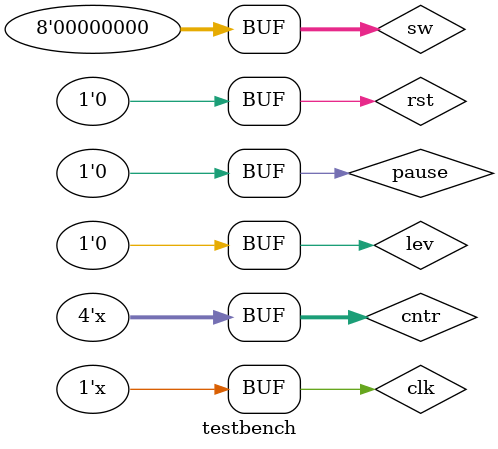
<source format=v>
`timescale 1ns / 1ps


module testbench();
    reg clk;
    reg lev;
    reg [7:0] sw;
    reg rst;
    reg pause;
    wire [7:0] seg;
    wire [3:0] an;
    wire [7:0] led;
   
    main main_(
        .clk(clk),
        .sw(sw),
        .rst(rst),
        .pause(pause),
        .seg(seg),
        .an(an),
        .led(led),
        .lev(lev)
    );
    initial begin
        clk = 0;
        sw = 0;
        pause = 0;
        lev = 0;
        rst = 1;
        #200 rst = 0;
        
    end
    always begin
        #01
        clk <= ~clk;
    end
    reg  [3:0] cntr;
    initial cntr = 0;
    always @(*) begin
        sw = 0;
        #40
        
        if(cntr == 4) sw = 0;
        else if(cntr != 0) sw = led;        
        else sw = 00001000;
        
        cntr = cntr + 1;
        #40
        sw = 0;
      
    end
        
   /* always begin
        #20000000
        lev = ~lev;
        #1
        lev = ~lev;
    end*/
endmodule

</source>
